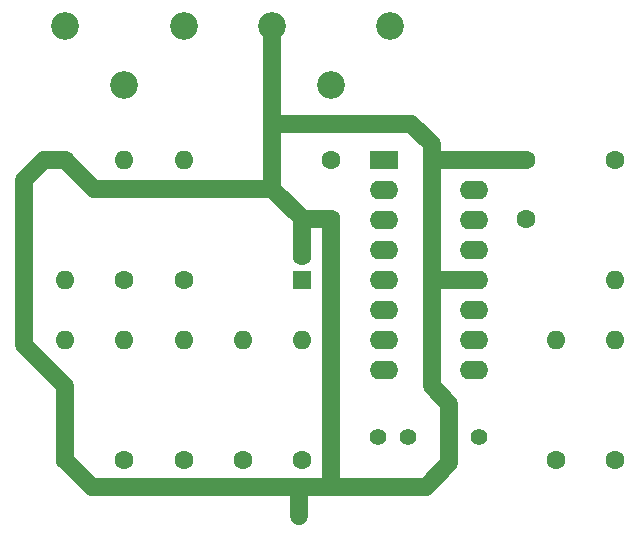
<source format=gtl>
G04 #@! TF.GenerationSoftware,KiCad,Pcbnew,(5.1.7)-1*
G04 #@! TF.CreationDate,2022-12-29T18:38:42+01:00*
G04 #@! TF.ProjectId,Abstimmspannungs-Modul,41627374-696d-46d7-9370-616e6e756e67,rev?*
G04 #@! TF.SameCoordinates,Original*
G04 #@! TF.FileFunction,Copper,L1,Top*
G04 #@! TF.FilePolarity,Positive*
%FSLAX46Y46*%
G04 Gerber Fmt 4.6, Leading zero omitted, Abs format (unit mm)*
G04 Created by KiCad (PCBNEW (5.1.7)-1) date 2022-12-29 18:38:42*
%MOMM*%
%LPD*%
G01*
G04 APERTURE LIST*
G04 #@! TA.AperFunction,ComponentPad*
%ADD10C,1.400000*%
G04 #@! TD*
G04 #@! TA.AperFunction,ComponentPad*
%ADD11C,1.600000*%
G04 #@! TD*
G04 #@! TA.AperFunction,ComponentPad*
%ADD12O,1.600000X1.600000*%
G04 #@! TD*
G04 #@! TA.AperFunction,ComponentPad*
%ADD13R,2.400000X1.600000*%
G04 #@! TD*
G04 #@! TA.AperFunction,ComponentPad*
%ADD14O,2.400000X1.600000*%
G04 #@! TD*
G04 #@! TA.AperFunction,ComponentPad*
%ADD15C,2.340000*%
G04 #@! TD*
G04 #@! TA.AperFunction,ComponentPad*
%ADD16R,1.600000X1.600000*%
G04 #@! TD*
G04 #@! TA.AperFunction,ViaPad*
%ADD17C,1.200000*%
G04 #@! TD*
G04 #@! TA.AperFunction,Conductor*
%ADD18C,1.500000*%
G04 #@! TD*
G04 APERTURE END LIST*
D10*
X76000000Y-78250000D03*
X73500000Y-78250000D03*
X67500000Y-78250000D03*
X70000000Y-78250000D03*
D11*
X82500000Y-80250000D03*
D12*
X82500000Y-70090000D03*
D11*
X87500000Y-80250000D03*
D12*
X87500000Y-70090000D03*
D11*
X61000000Y-80250000D03*
D12*
X61000000Y-70090000D03*
D11*
X87500000Y-54840000D03*
D12*
X87500000Y-65000000D03*
D11*
X63500000Y-54840000D03*
X63500000Y-59840000D03*
X80000000Y-54840000D03*
X80000000Y-59840000D03*
D13*
X67940000Y-54840000D03*
D14*
X75560000Y-72620000D03*
X67940000Y-57380000D03*
X75560000Y-70080000D03*
X67940000Y-59920000D03*
X75560000Y-67540000D03*
X67940000Y-62460000D03*
X75560000Y-65000000D03*
X67940000Y-65000000D03*
X75560000Y-62460000D03*
X67940000Y-67540000D03*
X75560000Y-59920000D03*
X67940000Y-70080000D03*
X75560000Y-57380000D03*
X67940000Y-72620000D03*
X75560000Y-54840000D03*
D11*
X41000000Y-80250000D03*
D12*
X41000000Y-70090000D03*
D11*
X51000000Y-80250000D03*
D12*
X51000000Y-70090000D03*
D11*
X46000000Y-65000000D03*
D12*
X46000000Y-54840000D03*
D11*
X41000000Y-54840000D03*
D12*
X41000000Y-65000000D03*
D11*
X56000000Y-80250000D03*
D12*
X56000000Y-70090000D03*
D11*
X51000000Y-65000000D03*
D12*
X51000000Y-54840000D03*
D11*
X46000000Y-80250000D03*
D12*
X46000000Y-70090000D03*
D15*
X58500000Y-43500000D03*
X63500000Y-48500000D03*
X68500000Y-43500000D03*
X41000000Y-43500000D03*
X46000000Y-48500000D03*
X51000000Y-43500000D03*
D16*
X61000000Y-65000000D03*
D11*
X61000000Y-63000000D03*
D17*
X60750000Y-85000000D03*
D18*
X61090000Y-59840000D02*
X63500000Y-59840000D01*
X58500000Y-57250000D02*
X61090000Y-59840000D01*
X61000000Y-59930000D02*
X61090000Y-59840000D01*
X61000000Y-63000000D02*
X61000000Y-59930000D01*
X43410000Y-57250000D02*
X41000000Y-54840000D01*
X58500000Y-57250000D02*
X43410000Y-57250000D01*
X80000000Y-54840000D02*
X75560000Y-54840000D01*
X75560000Y-54840000D02*
X72090000Y-54840000D01*
X72090000Y-54840000D02*
X72000000Y-54930000D01*
X72250000Y-65000000D02*
X72000000Y-64750000D01*
X75560000Y-65000000D02*
X72250000Y-65000000D01*
X58500000Y-43500000D02*
X58500000Y-51750000D01*
X58500000Y-51750000D02*
X58500000Y-57250000D01*
X72000000Y-63000000D02*
X72000000Y-74000000D01*
X72000000Y-54930000D02*
X72000000Y-63000000D01*
X72000000Y-63000000D02*
X72000000Y-64750000D01*
X73500000Y-75500000D02*
X73500000Y-78250000D01*
X72000000Y-74000000D02*
X73500000Y-75500000D01*
X41000000Y-74000000D02*
X37500000Y-70500000D01*
X41000000Y-80250000D02*
X41000000Y-74000000D01*
X39160000Y-54840000D02*
X37500000Y-56500000D01*
X41000000Y-54840000D02*
X39160000Y-54840000D01*
X37500000Y-56500000D02*
X37500000Y-70500000D01*
X63500000Y-59840000D02*
X63500000Y-82500000D01*
X63500000Y-82500000D02*
X61000000Y-82500000D01*
X72000000Y-53500000D02*
X70250000Y-51750000D01*
X72000000Y-54930000D02*
X72000000Y-53500000D01*
X58500000Y-51750000D02*
X70250000Y-51750000D01*
X71500000Y-82500000D02*
X63500000Y-82500000D01*
X73500000Y-80500000D02*
X71500000Y-82500000D01*
X73500000Y-78250000D02*
X73500000Y-80500000D01*
X43250000Y-82500000D02*
X44000000Y-82500000D01*
X41000000Y-80250000D02*
X43250000Y-82500000D01*
X61000000Y-82500000D02*
X44000000Y-82500000D01*
X60750000Y-82750000D02*
X61000000Y-82500000D01*
X60750000Y-85000000D02*
X60750000Y-82750000D01*
M02*

</source>
